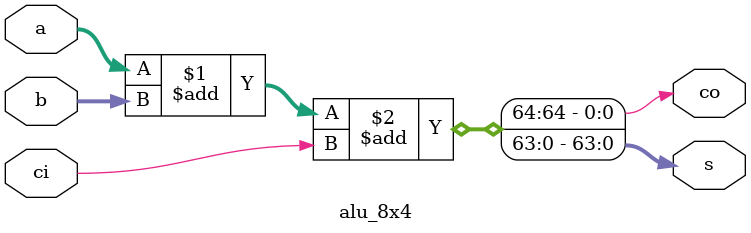
<source format=sv>
module alu_8x4 (
  input  logic [63:0] a,
  input  logic [63:0] b,
  input  logic ci,
  output logic co,
  output logic [63:0] s
);
/*
  logic c[9];
  assign c[0] = ci;
  generate for (genvar i = 0; i < 8; i++) begin
    assign {c[i+1],s[i*8+:8]} = a[i*8+:8] + b[i*8+:8] + c[i];
  end endgenerate
  assign co = c[8];
*/
  assign {co,s} = a+b+ci;
endmodule
  

</source>
